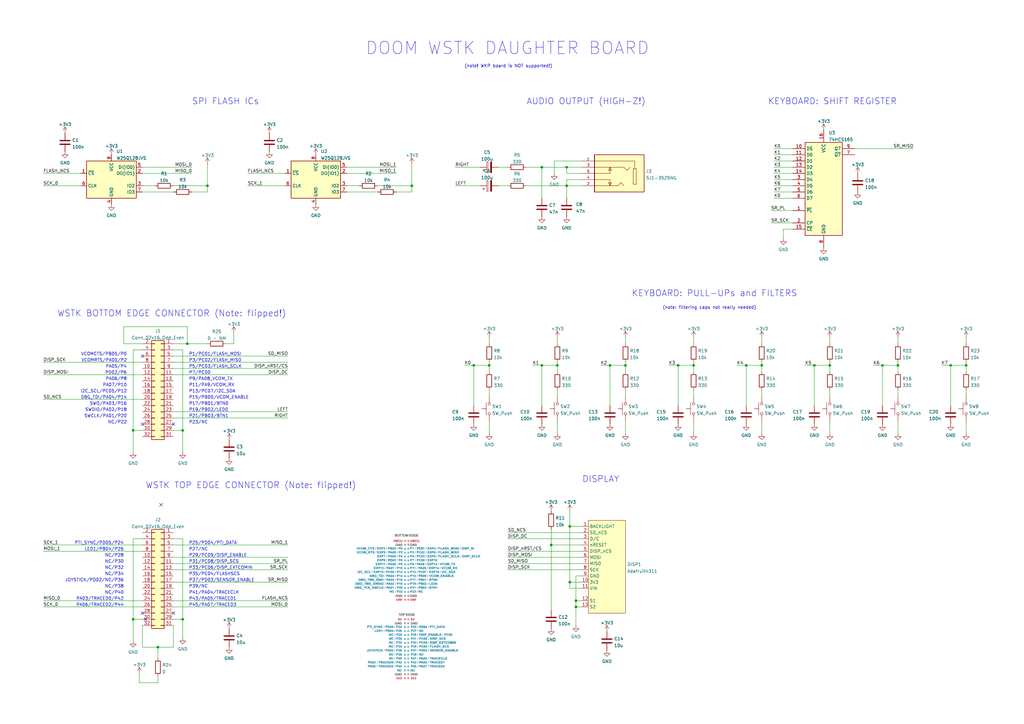
<source format=kicad_sch>
(kicad_sch (version 20230121) (generator eeschema)
  (paper "A3")
  (title_block (title "Doom WSTK Daughtercard") (company "Nicola Wrachien") (comment 1 "Note! Compatible only with BRD4001, not with BRD4002"))
  (lib_symbols
    (symbol "74xx:74HC165"
      (property "Reference" "U" (at -7.62 19.05 0))
      (property "Value" "74HC165" (at -7.62 -21.59 0))
      (symbol "74HC165_1_0"
        (pin input line (at -12.7 -10.16 0) (length 5.08) (name "~{PL}") (number "1"))
        (pin input line (at -12.7 15.24 0) (length 5.08) (name "DS") (number "10"))
        (pin input line (at -12.7 12.7 0) (length 5.08) (name "D0") (number "11"))
        (pin input line (at -12.7 10.16 0) (length 5.08) (name "D1") (number "12"))
        (pin input line (at -12.7 7.62 0) (length 5.08) (name "D2") (number "13"))
        (pin input line (at -12.7 5.08 0) (length 5.08) (name "D3") (number "14"))
        (pin input line (at -12.7 -17.78 0) (length 5.08) (name "~{CE}") (number "15"))
        (pin power_in line (at 0 22.86 270) (length 5.08) (name "VCC") (number "16"))
        (pin input line (at -12.7 -15.24 0) (length 5.08) (name "CP") (number "2"))
        (pin input line (at -12.7 2.54 0) (length 5.08) (name "D4") (number "3"))
        (pin input line (at -12.7 0 0) (length 5.08) (name "D5") (number "4"))
        (pin input line (at -12.7 -2.54 0) (length 5.08) (name "D6") (number "5"))
        (pin input line (at -12.7 -5.08 0) (length 5.08) (name "D7") (number "6"))
        (pin output line (at 12.7 12.7 180) (length 5.08) (name "~{Q7}") (number "7"))
        (pin power_in line (at 0 -25.4 90) (length 5.08) (name "GND") (number "8"))
        (pin output line (at 12.7 15.24 180) (length 5.08) (name "Q7") (number "9"))
      )
    )
    (symbol "Connector_Generic:Conn_02x16_Odd_Even" (pin_names (offset 1.016) hide)
      (property "Reference" "J" (at 1.27 20.32 0))
      (property "Value" "Conn_02x16_Odd_Even" (at 1.27 -22.86 0))
      (symbol "Conn_02x16_Odd_Even_1_1"
        (pin passive line (at -5.08 17.78 0) (length 3.81) (name "Pin_1") (number "1"))
        (pin passive line (at 7.62 7.62 180) (length 3.81) (name "Pin_10") (number "10"))
        (pin passive line (at -5.08 5.08 0) (length 3.81) (name "Pin_11") (number "11"))
        (pin passive line (at 7.62 5.08 180) (length 3.81) (name "Pin_12") (number "12"))
        (pin passive line (at -5.08 2.54 0) (length 3.81) (name "Pin_13") (number "13"))
        (pin passive line (at 7.62 2.54 180) (length 3.81) (name "Pin_14") (number "14"))
        (pin passive line (at -5.08 0 0) (length 3.81) (name "Pin_15") (number "15"))
        (pin passive line (at 7.62 0 180) (length 3.81) (name "Pin_16") (number "16"))
        (pin passive line (at -5.08 -2.54 0) (length 3.81) (name "Pin_17") (number "17"))
        (pin passive line (at 7.62 -2.54 180) (length 3.81) (name "Pin_18") (number "18"))
        (pin passive line (at -5.08 -5.08 0) (length 3.81) (name "Pin_19") (number "19"))
        (pin passive line (at 7.62 17.78 180) (length 3.81) (name "Pin_2") (number "2"))
        (pin passive line (at 7.62 -5.08 180) (length 3.81) (name "Pin_20") (number "20"))
        (pin passive line (at -5.08 -7.62 0) (length 3.81) (name "Pin_21") (number "21"))
        (pin passive line (at 7.62 -7.62 180) (length 3.81) (name "Pin_22") (number "22"))
        (pin passive line (at -5.08 -10.16 0) (length 3.81) (name "Pin_23") (number "23"))
        (pin passive line (at 7.62 -10.16 180) (length 3.81) (name "Pin_24") (number "24"))
        (pin passive line (at -5.08 -12.7 0) (length 3.81) (name "Pin_25") (number "25"))
        (pin passive line (at 7.62 -12.7 180) (length 3.81) (name "Pin_26") (number "26"))
        (pin passive line (at -5.08 -15.24 0) (length 3.81) (name "Pin_27") (number "27"))
        (pin passive line (at 7.62 -15.24 180) (length 3.81) (name "Pin_28") (number "28"))
        (pin passive line (at -5.08 -17.78 0) (length 3.81) (name "Pin_29") (number "29"))
        (pin passive line (at -5.08 15.24 0) (length 3.81) (name "Pin_3") (number "3"))
        (pin passive line (at 7.62 -17.78 180) (length 3.81) (name "Pin_30") (number "30"))
        (pin passive line (at -5.08 -20.32 0) (length 3.81) (name "Pin_31") (number "31"))
        (pin passive line (at 7.62 -20.32 180) (length 3.81) (name "Pin_32") (number "32"))
        (pin passive line (at 7.62 15.24 180) (length 3.81) (name "Pin_4") (number "4"))
        (pin passive line (at -5.08 12.7 0) (length 3.81) (name "Pin_5") (number "5"))
        (pin passive line (at 7.62 12.7 180) (length 3.81) (name "Pin_6") (number "6"))
        (pin passive line (at -5.08 10.16 0) (length 3.81) (name "Pin_7") (number "7"))
        (pin passive line (at 7.62 10.16 180) (length 3.81) (name "Pin_8") (number "8"))
        (pin passive line (at -5.08 7.62 0) (length 3.81) (name "Pin_9") (number "9"))
      )
    )
    (symbol "Device:C" (pin_numbers hide) (pin_names (offset 0.254))
      (property "Reference" "C" (at 0.635 2.54 0))
      (property "Value" "C" (at 0.635 -2.54 0))
      (symbol "C_1_1"
        (pin passive line (at 0 3.81 270) (length 2.794) (name "~") (number "1"))
        (pin passive line (at 0 -3.81 90) (length 2.794) (name "~") (number "2"))
      )
    )
    (symbol "Device:C_Polarized" (pin_numbers hide) (pin_names (offset 0.254))
      (property "Reference" "C" (at 0.635 2.54 0))
      (property "Value" "C_Polarized" (at 0.635 -2.54 0))
      (symbol "C_Polarized_1_1"
        (pin passive line (at 0 3.81 270) (length 2.794) (name "~") (number "1"))
        (pin passive line (at 0 -3.81 90) (length 2.794) (name "~") (number "2"))
      )
    )
    (symbol "Device:R" (pin_numbers hide) (pin_names (offset 0))
      (property "Reference" "R" (at 2.032 0 90))
      (property "Value" "R" (at 0 0 90))
      (symbol "R_1_1"
        (pin passive line (at 0 3.81 270) (length 1.27) (name "~") (number "1"))
        (pin passive line (at 0 -3.81 90) (length 1.27) (name "~") (number "2"))
      )
    )
    (symbol "DoomWSTK:Adafruit4311"
      (property "Reference" "D" (at 0 5.08 0))
      (property "Value" "Adafruit4311" (at 0 7.62 0))
      (symbol "Adafruit4311_1_1"
        (pin input line (at 0 0 0) (length 2.54) (name "BACKLIGHT") (number "1"))
        (pin input line (at 0 -22.86 0) (length 2.54) (name "3V3") (number "10"))
        (pin input line (at 0 -25.4 0) (length 2.54) (name "VIN") (number "11"))
        (pin passive line (at 0 -30.48 0) (length 2.54) (name "S1") (number "12"))
        (pin passive line (at 0 -33.02 0) (length 2.54) (name "S2") (number "13"))
        (pin input line (at 0 -2.54 0) (length 2.54) (name "SD_nCS") (number "2"))
        (pin input line (at 0 -5.08 0) (length 2.54) (name "D/C") (number "3"))
        (pin input line (at 0 -7.62 0) (length 2.54) (name "nRESET") (number "4"))
        (pin input line (at 0 -10.16 0) (length 2.54) (name "DISP_nCS") (number "5"))
        (pin input line (at 0 -12.7 0) (length 2.54) (name "MOSI") (number "6"))
        (pin tri_state line (at 0 -15.24 0) (length 2.54) (name "MISO") (number "7"))
        (pin input line (at 0 -17.78 0) (length 2.54) (name "SCK") (number "8"))
        (pin input line (at 0 -20.32 0) (length 2.54) (name "GND") (number "9"))
      )
    )
    (symbol "Memory_Flash:W25Q128JVS"
      (property "Reference" "U" (at -8.89 8.89 0))
      (property "Value" "W25Q128JVS" (at 7.62 8.89 0))
      (symbol "W25Q128JVS_1_1"
        (pin input line (at -12.7 2.54 0) (length 2.54) (name "~{CS}") (number "1"))
        (pin bidirectional line (at 12.7 2.54 180) (length 2.54) (name "DO(IO1)") (number "2"))
        (pin bidirectional line (at 12.7 -2.54 180) (length 2.54) (name "IO2") (number "3"))
        (pin power_in line (at 0 -10.16 90) (length 2.54) (name "GND") (number "4"))
        (pin bidirectional line (at 12.7 5.08 180) (length 2.54) (name "DI(IO0)") (number "5"))
        (pin input line (at -12.7 -2.54 0) (length 2.54) (name "CLK") (number "6"))
        (pin bidirectional line (at 12.7 -5.08 180) (length 2.54) (name "IO3") (number "7"))
        (pin power_in line (at 0 10.16 270) (length 2.54) (name "VCC") (number "8"))
      )
    )
    (symbol "SJ1-3525NG:SJ1-3525NG" (pin_names (offset 1.016) hide)
      (property "Reference" "J" (at -10.1854 10.1854 0))
      (property "Value" "SJ1-3525NG" (at -10.16 -12.7254 0))
      (symbol "SJ1-3525NG_0_0"
        (pin passive line (at 15.24 5.08 180) (length 5.08) (name "~") (number "1"))
        (pin passive line (at 15.24 -5.08 180) (length 5.08) (name "~") (number "2"))
        (pin passive line (at 15.24 2.54 180) (length 5.08) (name "~") (number "3"))
        (pin passive line (at 15.24 -2.54 180) (length 5.08) (name "~") (number "4"))
        (pin passive line (at 15.24 0 180) (length 5.08) (name "~") (number "5"))
      )
    )
    (symbol "Switch:SW_Push" (pin_numbers hide) (pin_names (offset 1.016) hide)
      (property "Reference" "SW" (at 1.27 2.54 0))
      (property "Value" "SW_Push" (at 0 -1.524 0))
      (symbol "SW_Push_0_1"
        (pin passive line (at -5.08 0 0) (length 2.54) (name "1") (number "1"))
        (pin passive line (at 5.08 0 180) (length 2.54) (name "2") (number "2"))
      )
    )
    (symbol "power:+3V3" (power) (pin_names (offset 0))
      (property "Value" "+3V3" (at 0 3.556 0))
      (symbol "+3V3_1_1"
        (pin power_in line (at 0 0 90) (length 0) hide (name "+3V3") (number "1"))
      )
    )
    (symbol "power:GND" (power) (pin_names (offset 0))
      (property "Value" "GND" (at 0 -3.81 0))
      (symbol "GND_1_1"
        (pin power_in line (at 0 0 270) (length 0) hide (name "GND") (number "1"))
      )
    )
  )
  (junction (at 361.95 149.86))
  (junction (at 194.31 149.86))
  (junction (at 222.25 149.86))
  (junction (at 389.89 149.86))
  (junction (at 256.54 149.86))
  (junction (at 200.66 149.86))
  (junction (at 284.48 149.86))
  (junction (at 278.13 149.86))
  (junction (at 54.61 176.53))
  (junction (at 250.19 149.86))
  (junction (at 236.22 248.92))
  (junction (at 85.09 76.2))
  (junction (at 306.07 149.86))
  (junction (at 222.25 68.58))
  (junction (at 76.835 140.97))
  (junction (at 233.68 238.76))
  (junction (at 233.68 215.9))
  (junction (at 64.77 265.43))
  (junction (at 396.24 149.86))
  (junction (at 74.93 176.53))
  (junction (at 74.93 254))
  (junction (at 368.3 149.86))
  (junction (at 334.01 149.86))
  (junction (at 232.41 68.58))
  (junction (at 232.41 76.2))
  (junction (at 226.06 223.52))
  (junction (at 54.61 254))
  (junction (at 168.91 76.2))
  (junction (at 340.36 149.86))
  (junction (at 312.42 149.86))
  (junction (at 228.6 149.86))
  (junction (at 236.22 246.38))
  (no_connect (at 58.42 146.05))
  (no_connect (at 71.12 251.46))
  (no_connect (at 59.69 254))
  (no_connect (at 58.42 251.46))
  (no_connect (at 66.04 207.01))
  (no_connect (at 58.42 173.99))
  (no_connect (at 71.12 173.99))
  (wire (pts (xy 340.36 138.43) (xy 340.36 140.97)))
  (wire (pts (xy 227.33 66.04) (xy 238.76 66.04)))
  (wire (pts (xy 358.14 149.86) (xy 361.95 149.86)))
  (wire (pts (xy 334.01 149.86) (xy 334.01 166.37)))
  (wire (pts (xy 54.61 254) (xy 58.42 254)))
  (wire (pts (xy 361.95 149.86) (xy 368.3 149.86)))
  (wire (pts (xy 58.42 68.58) (xy 78.74 68.58)))
  (wire (pts (xy 54.61 143.51) (xy 54.61 176.53)))
  (wire (pts (xy 256.54 148.59) (xy 256.54 149.86)))
  (wire (pts (xy 284.48 138.43) (xy 284.48 140.97)))
  (wire (pts (xy 368.3 148.59) (xy 368.3 149.86)))
  (wire (pts (xy 312.42 138.43) (xy 312.42 140.97)))
  (wire (pts (xy 278.13 149.86) (xy 284.48 149.86)))
  (wire (pts (xy 325.12 93.98) (xy 321.31 93.98)))
  (wire (pts (xy 278.13 149.86) (xy 278.13 166.37)))
  (wire (pts (xy 57.15 276.225) (xy 57.15 280.035)))
  (wire (pts (xy 361.95 149.86) (xy 361.95 166.37)))
  (wire (pts (xy 92.71 140.97) (xy 95.885 140.97)))
  (wire (pts (xy 389.89 149.86) (xy 396.24 149.86)))
  (wire (pts (xy 368.3 138.43) (xy 368.3 140.97)))
  (wire (pts (xy 168.91 78.74) (xy 168.91 76.2)))
  (wire (pts (xy 204.47 76.2) (xy 208.28 76.2)))
  (wire (pts (xy 246.38 149.86) (xy 250.19 149.86)))
  (wire (pts (xy 227.33 71.12) (xy 227.33 66.04)))
  (wire (pts (xy 76.835 140.97) (xy 85.09 140.97)))
  (wire (pts (xy 334.01 149.86) (xy 340.36 149.86)))
  (wire (pts (xy 228.6 160.02) (xy 228.6 162.56)))
  (wire (pts (xy 71.12 231.14) (xy 118.11 231.14)))
  (wire (pts (xy 232.41 76.2) (xy 232.41 81.28)))
  (wire (pts (xy 238.76 241.3) (xy 233.68 241.3)))
  (wire (pts (xy 284.48 172.72) (xy 284.48 177.8)))
  (wire (pts (xy 71.12 233.68) (xy 118.11 233.68)))
  (wire (pts (xy 340.36 148.59) (xy 340.36 149.86)))
  (wire (pts (xy 58.42 265.43) (xy 64.77 265.43)))
  (wire (pts (xy 17.78 226.06) (xy 58.42 226.06)))
  (wire (pts (xy 71.12 171.45) (xy 118.11 171.45)))
  (wire (pts (xy 325.12 71.12) (xy 317.5 71.12)))
  (wire (pts (xy 71.12 140.97) (xy 76.835 140.97)))
  (wire (pts (xy 58.42 140.97) (xy 50.8 140.97)))
  (wire (pts (xy 226.06 217.17) (xy 226.06 223.52)))
  (wire (pts (xy 64.77 265.43) (xy 71.12 265.43)))
  (wire (pts (xy 325.12 78.74) (xy 317.5 78.74)))
  (wire (pts (xy 232.41 71.12) (xy 232.41 68.58)))
  (wire (pts (xy 232.41 73.66) (xy 232.41 76.2)))
  (wire (pts (xy 71.12 153.67) (xy 118.11 153.67)))
  (wire (pts (xy 17.78 148.59) (xy 58.42 148.59)))
  (wire (pts (xy 228.6 152.4) (xy 228.6 149.86)))
  (wire (pts (xy 17.78 163.83) (xy 58.42 163.83)))
  (wire (pts (xy 142.24 71.12) (xy 162.56 71.12)))
  (wire (pts (xy 256.54 172.72) (xy 256.54 177.8)))
  (wire (pts (xy 284.48 148.59) (xy 284.48 149.86)))
  (wire (pts (xy 85.09 78.74) (xy 85.09 76.2)))
  (wire (pts (xy 226.06 223.52) (xy 238.76 223.52)))
  (wire (pts (xy 306.07 149.86) (xy 306.07 166.37)))
  (wire (pts (xy 208.28 231.14) (xy 238.76 231.14)))
  (wire (pts (xy 368.3 152.4) (xy 368.3 149.86)))
  (wire (pts (xy 74.93 220.98) (xy 74.93 254)))
  (wire (pts (xy 71.12 143.51) (xy 74.93 143.51)))
  (wire (pts (xy 71.12 246.38) (xy 118.11 246.38)))
  (wire (pts (xy 256.54 152.4) (xy 256.54 149.86)))
  (wire (pts (xy 215.9 68.58) (xy 222.25 68.58)))
  (wire (pts (xy 58.42 153.67) (xy 17.78 153.67)))
  (wire (pts (xy 200.66 138.43) (xy 200.66 140.97)))
  (wire (pts (xy 396.24 148.59) (xy 396.24 149.86)))
  (wire (pts (xy 190.5 149.86) (xy 194.31 149.86)))
  (wire (pts (xy 162.56 78.74) (xy 168.91 78.74)))
  (wire (pts (xy 325.12 76.2) (xy 317.5 76.2)))
  (wire (pts (xy 54.61 262.89) (xy 54.61 254)))
  (wire (pts (xy 74.93 254) (xy 71.12 254)))
  (wire (pts (xy 142.24 68.58) (xy 162.56 68.58)))
  (wire (pts (xy 58.42 76.2) (xy 63.5 76.2)))
  (wire (pts (xy 71.12 76.2) (xy 85.09 76.2)))
  (wire (pts (xy 208.28 218.44) (xy 238.76 218.44)))
  (wire (pts (xy 194.31 149.86) (xy 194.31 166.37)))
  (wire (pts (xy 186.69 68.58) (xy 196.85 68.58)))
  (wire (pts (xy 186.69 76.2) (xy 196.85 76.2)))
  (wire (pts (xy 232.41 68.58) (xy 238.76 68.58)))
  (wire (pts (xy 316.23 91.44) (xy 325.12 91.44)))
  (wire (pts (xy 208.28 220.98) (xy 238.76 220.98)))
  (wire (pts (xy 194.31 149.86) (xy 200.66 149.86)))
  (wire (pts (xy 340.36 172.72) (xy 340.36 177.8)))
  (wire (pts (xy 312.42 172.72) (xy 312.42 177.8)))
  (wire (pts (xy 250.19 149.86) (xy 256.54 149.86)))
  (wire (pts (xy 222.25 149.86) (xy 222.25 166.37)))
  (wire (pts (xy 71.12 238.76) (xy 118.11 238.76)))
  (wire (pts (xy 200.66 160.02) (xy 200.66 162.56)))
  (wire (pts (xy 312.42 148.59) (xy 312.42 149.86)))
  (wire (pts (xy 215.9 76.2) (xy 232.41 76.2)))
  (wire (pts (xy 208.28 228.6) (xy 238.76 228.6)))
  (wire (pts (xy 321.31 93.98) (xy 321.31 97.79)))
  (wire (pts (xy 330.2 149.86) (xy 334.01 149.86)))
  (wire (pts (xy 317.5 60.96) (xy 325.12 60.96)))
  (wire (pts (xy 208.28 226.06) (xy 238.76 226.06)))
  (wire (pts (xy 325.12 66.04) (xy 317.5 66.04)))
  (wire (pts (xy 142.24 76.2) (xy 147.32 76.2)))
  (wire (pts (xy 71.12 228.6) (xy 118.11 228.6)))
  (wire (pts (xy 317.5 81.28) (xy 325.12 81.28)))
  (wire (pts (xy 54.61 220.98) (xy 58.42 220.98)))
  (wire (pts (xy 396.24 152.4) (xy 396.24 149.86)))
  (wire (pts (xy 76.835 133.985) (xy 76.835 140.97)))
  (wire (pts (xy 233.68 238.76) (xy 233.68 215.9)))
  (wire (pts (xy 284.48 160.02) (xy 284.48 162.56)))
  (wire (pts (xy 71.12 248.92) (xy 118.11 248.92)))
  (wire (pts (xy 142.24 78.74) (xy 154.94 78.74)))
  (wire (pts (xy 17.78 248.92) (xy 58.42 248.92)))
  (wire (pts (xy 325.12 63.5) (xy 317.5 63.5)))
  (wire (pts (xy 236.22 248.92) (xy 238.76 248.92)))
  (wire (pts (xy 58.42 256.54) (xy 58.42 265.43)))
  (wire (pts (xy 222.25 68.58) (xy 232.41 68.58)))
  (wire (pts (xy 368.3 172.72) (xy 368.3 177.8)))
  (wire (pts (xy 238.76 236.22) (xy 236.22 236.22)))
  (wire (pts (xy 232.41 76.2) (xy 238.76 76.2)))
  (wire (pts (xy 274.32 149.86) (xy 278.13 149.86)))
  (wire (pts (xy 222.25 68.58) (xy 222.25 81.28)))
  (wire (pts (xy 233.68 238.76) (xy 238.76 238.76)))
  (wire (pts (xy 54.61 176.53) (xy 58.42 176.53)))
  (wire (pts (xy 389.89 149.86) (xy 389.89 166.37)))
  (wire (pts (xy 312.42 160.02) (xy 312.42 162.56)))
  (wire (pts (xy 200.66 148.59) (xy 200.66 149.86)))
  (wire (pts (xy 368.3 160.02) (xy 368.3 162.56)))
  (wire (pts (xy 74.93 176.53) (xy 74.93 185.42)))
  (wire (pts (xy 168.91 67.31) (xy 168.91 76.2)))
  (wire (pts (xy 238.76 73.66) (xy 232.41 73.66)))
  (wire (pts (xy 58.42 143.51) (xy 54.61 143.51)))
  (wire (pts (xy 325.12 73.66) (xy 317.5 73.66)))
  (wire (pts (xy 71.12 146.05) (xy 118.11 146.05)))
  (wire (pts (xy 340.36 152.4) (xy 340.36 149.86)))
  (wire (pts (xy 396.24 172.72) (xy 396.24 177.8)))
  (wire (pts (xy 238.76 71.12) (xy 232.41 71.12)))
  (wire (pts (xy 50.8 133.985) (xy 76.835 133.985)))
  (wire (pts (xy 386.08 149.86) (xy 389.89 149.86)))
  (wire (pts (xy 154.94 76.2) (xy 168.91 76.2)))
  (wire (pts (xy 71.12 176.53) (xy 74.93 176.53)))
  (wire (pts (xy 17.78 223.52) (xy 58.42 223.52)))
  (wire (pts (xy 71.12 265.43) (xy 71.12 256.54)))
  (wire (pts (xy 316.23 86.36) (xy 325.12 86.36)))
  (wire (pts (xy 71.12 220.98) (xy 74.93 220.98)))
  (wire (pts (xy 396.24 138.43) (xy 396.24 140.97)))
  (wire (pts (xy 284.48 152.4) (xy 284.48 149.86)))
  (wire (pts (xy 204.47 68.58) (xy 208.28 68.58)))
  (wire (pts (xy 71.12 223.52) (xy 118.11 223.52)))
  (wire (pts (xy 340.36 160.02) (xy 340.36 162.56)))
  (wire (pts (xy 256.54 138.43) (xy 256.54 140.97)))
  (wire (pts (xy 228.6 172.72) (xy 228.6 177.8)))
  (wire (pts (xy 226.06 250.19) (xy 226.06 223.52)))
  (wire (pts (xy 325.12 68.58) (xy 317.5 68.58)))
  (wire (pts (xy 58.42 78.74) (xy 71.12 78.74)))
  (wire (pts (xy 54.61 176.53) (xy 54.61 185.42)))
  (wire (pts (xy 54.61 254) (xy 54.61 220.98)))
  (wire (pts (xy 236.22 236.22) (xy 236.22 246.38)))
  (wire (pts (xy 250.19 149.86) (xy 250.19 166.37)))
  (wire (pts (xy 17.78 71.12) (xy 33.02 71.12)))
  (wire (pts (xy 58.42 71.12) (xy 78.74 71.12)))
  (wire (pts (xy 218.44 149.86) (xy 222.25 149.86)))
  (wire (pts (xy 312.42 152.4) (xy 312.42 149.86)))
  (wire (pts (xy 50.8 133.985) (xy 50.8 140.97)))
  (wire (pts (xy 64.77 265.43) (xy 64.77 269.875)))
  (wire (pts (xy 350.52 60.96) (xy 374.65 60.96)))
  (wire (pts (xy 57.15 280.035) (xy 64.77 280.035)))
  (wire (pts (xy 233.68 209.55) (xy 233.68 215.9)))
  (wire (pts (xy 71.12 168.91) (xy 118.11 168.91)))
  (wire (pts (xy 306.07 149.86) (xy 312.42 149.86)))
  (wire (pts (xy 208.28 233.68) (xy 238.76 233.68)))
  (wire (pts (xy 95.885 140.97) (xy 95.885 136.525)))
  (wire (pts (xy 236.22 246.38) (xy 238.76 246.38)))
  (wire (pts (xy 71.12 151.13) (xy 118.11 151.13)))
  (wire (pts (xy 236.22 248.92) (xy 236.22 256.54)))
  (wire (pts (xy 74.93 261.62) (xy 74.93 254)))
  (wire (pts (xy 64.77 280.035) (xy 64.77 277.495)))
  (wire (pts (xy 200.66 152.4) (xy 200.66 149.86)))
  (wire (pts (xy 17.78 246.38) (xy 58.42 246.38)))
  (wire (pts (xy 71.12 148.59) (xy 118.11 148.59)))
  (wire (pts (xy 101.6 71.12) (xy 116.84 71.12)))
  (wire (pts (xy 200.66 172.72) (xy 200.66 177.8)))
  (wire (pts (xy 101.6 76.2) (xy 116.84 76.2)))
  (wire (pts (xy 228.6 138.43) (xy 228.6 140.97)))
  (wire (pts (xy 78.74 78.74) (xy 85.09 78.74)))
  (wire (pts (xy 74.93 143.51) (xy 74.93 176.53)))
  (wire (pts (xy 256.54 160.02) (xy 256.54 162.56)))
  (wire (pts (xy 238.76 215.9) (xy 233.68 215.9)))
  (wire (pts (xy 233.68 241.3) (xy 233.68 238.76)))
  (wire (pts (xy 236.22 246.38) (xy 236.22 248.92)))
  (wire (pts (xy 222.25 149.86) (xy 228.6 149.86)))
  (wire (pts (xy 85.09 67.31) (xy 85.09 76.2)))
  (wire (pts (xy 302.26 149.86) (xy 306.07 149.86)))
  (wire (pts (xy 228.6 148.59) (xy 228.6 149.86)))
  (wire (pts (xy 17.78 76.2) (xy 33.02 76.2)))
  (wire (pts (xy 396.24 160.02) (xy 396.24 162.56)))
  (image (at 170.815 249.555))
  (text "PA06/TRACED2/P44" (at 50.8 248.92 0) (effects (font (size 1.27 1.27)) (justify right bottom)))
  (text "KEYBOARD: SHIFT REGISTER" (at 314.96 43.18 0) (effects (font (size 2.54 2.54)) (justify left bottom)))
  (text "LED1/PB04/P26" (at 50.8 226.06 0) (effects (font (size 1.27 1.27)) (justify right bottom)))
  (text "P21/PB03/BTN1" (at 77.47 171.45 0) (effects (font (size 1.27 1.27)) (justify left bottom)))
  (text "P3/PC02/FLASH_MISO" (at 77.47 148.59 0) (effects (font (size 1.27 1.27)) (justify left bottom)))
  (text "JOYSTICK/PD02/NC/P36" (at 50.8 238.76 0) (effects (font (size 1.27 1.27)) (justify right bottom)))
  (text "SWDIO/PA02/P18" (at 52.07 168.91 0) (effects (font (size 1.27 1.27)) (justify right bottom)))
  (text "DBG_TDI/PA04/P14" (at 52.07 163.83 0) (effects (font (size 1.27 1.27)) (justify right bottom)))
  (text "PA06/P8" (at 52.07 156.21 0) (effects (font (size 1.27 1.27)) (justify right bottom)))
  (text "P31/PC08/DISP_SCS" (at 77.47 231.14 0) (effects (font (size 1.27 1.27)) (justify left bottom)))
  (text "WSTK BOTTOM EDGE CONNECTOR (Note: flipped!)" (at 23.495 130.175 0) (effects (font (size 2.54 2.54)) (justify left bottom)))
  (text "(note: filtering caps not really needed)" (at 271.78 127 0) (effects (font (size 1.27 1.27)) (justify left bottom)))
  (text "NC/P40" (at 50.8 243.84 0) (effects (font (size 1.27 1.27)) (justify right bottom)))
  (text "P41/PA04/TRACECLK" (at 77.47 243.84 0) (effects (font (size 1.27 1.27)) (justify left bottom)))
  (text "P7/PC00" (at 77.47 153.67 0) (effects (font (size 1.27 1.27)) (justify left bottom)))
  (text "NC/P28" (at 50.8 228.6 0) (effects (font (size 1.27 1.27)) (justify right bottom)))
  (text "P11/PA9/VCOM_RX" (at 77.47 158.75 0) (effects (font (size 1.27 1.27)) (justify left bottom)))
  (text "(note! WKP board is NOT supported!)" (at 190.5 27.94 0) (effects (font (size 1.27 1.27)) (justify left bottom)))
  (text "KEYBOARD: PULL-UPs and FILTERS" (at 259.08 121.92 0) (effects (font (size 2.54 2.54)) (justify left bottom)))
  (text "P13/PC07/I2C_SDA" (at 77.47 161.29 0) (effects (font (size 1.27 1.27)) (justify left bottom)))
  (text "NC/P22" (at 52.07 173.99 0) (effects (font (size 1.27 1.27)) (justify right bottom)))
  (text "P17/PB01/BTN0" (at 77.47 166.37 0) (effects (font (size 1.27 1.27)) (justify left bottom)))
  (text "P1/PC01/FLASH_MOSI" (at 77.47 146.05 0) (effects (font (size 1.27 1.27)) (justify left bottom)))
  (text "SWO/PA03/P16" (at 52.07 166.37 0) (effects (font (size 1.27 1.27)) (justify right bottom)))
  (text "P25/PD04/PTI_DATA" (at 77.47 223.52 0) (effects (font (size 1.27 1.27)) (justify left bottom)))
  (text "P33/PC06/DISP_EXTCOMIN" (at 77.47 233.68 0) (effects (font (size 1.27 1.27)) (justify left bottom)))
  (text "NC/P32" (at 50.8 233.68 0) (effects (font (size 1.27 1.27)) (justify right bottom)))
  (text "P27/NC" (at 77.47 226.06 0) (effects (font (size 1.27 1.27)) (justify left bottom)))
  (text "P23/NC" (at 77.47 173.99 0) (effects (font (size 1.27 1.27)) (justify left bottom)))
  (text "DOOM WSTK DAUGHTER BOARD" (at 149.86 22.86 0) (effects (font (size 5.08 5.08)) (justify left bottom)))
  (text "PTI_SYNC/PD05/P24" (at 50.8 223.52 0) (effects (font (size 1.27 1.27)) (justify right bottom)))
  (text "WSTK TOP EDGE CONNECTOR (Note: flipped!)" (at 59.69 200.66 0) (effects (font (size 2.54 2.54)) (justify left bottom)))
  (text "P45/PA07/TRACED3" (at 77.47 248.92 0) (effects (font (size 1.27 1.27)) (justify left bottom)))
  (text "PD02/P6" (at 52.07 153.67 0) (effects (font (size 1.27 1.27)) (justify right bottom)))
  (text "P29/PC09/DISP_ENABLE" (at 77.47 228.6 0) (effects (font (size 1.27 1.27)) (justify left bottom)))
  (text "P35/PC04/FLASHSCS" (at 77.47 236.22 0) (effects (font (size 1.27 1.27)) (justify left bottom)))
  (text "PA07/P10" (at 52.07 158.75 0) (effects (font (size 1.27 1.27)) (justify right bottom)))
  (text "P39/NC" (at 77.47 241.3 0) (effects (font (size 1.27 1.27)) (justify left bottom)))
  (text "SPI FLASH ICs" (at 78.74 43.18 0) (effects (font (size 2.54 2.54)) (justify left bottom)))
  (text "P19/PB02/LED0" (at 77.47 168.91 0) (effects (font (size 1.27 1.27)) (justify left bottom)))
  (text "P37/PD03/SENSOR_ENABLE" (at 77.47 238.76 0) (effects (font (size 1.27 1.27)) (justify left bottom)))
  (text "NC/P30" (at 50.8 231.14 0) (effects (font (size 1.27 1.27)) (justify right bottom)))
  (text "VCOMRTS/PA00/P2" (at 52.07 148.59 0) (effects (font (size 1.27 1.27)) (justify right bottom)))
  (text "DISPLAY" (at 238.76 198.12 0) (effects (font (size 2.54 2.54)) (justify left bottom)))
  (text "NC/P34" (at 50.8 236.22 0) (effects (font (size 1.27 1.27)) (justify right bottom)))
  (text "NC/P38" (at 50.8 241.3 0) (effects (font (size 1.27 1.27)) (justify right bottom)))
  (text "I2C_SCL/PC05/P12" (at 52.07 161.29 0) (effects (font (size 1.27 1.27)) (justify right bottom)))
  (text "SWCLK/PA01/P20" (at 52.07 171.45 0) (effects (font (size 1.27 1.27)) (justify right bottom)))
  (text "P5/PC03/FLASH_SCLK" (at 77.47 151.13 0) (effects (font (size 1.27 1.27)) (justify left bottom)))
  (text "P15/PB00/VCOM_ENABLE" (at 77.47 163.83 0) (effects (font (size 1.27 1.27)) (justify left bottom)))
  (text "PA05/P4" (at 52.07 151.13 0) (effects (font (size 1.27 1.27)) (justify right bottom)))
  (text "AUDIO OUTPUT (HIGH-Z!)" (at 215.9 43.18 0) (effects (font (size 2.54 2.54)) (justify left bottom)))
  (text "P43/PA05/TRACED1" (at 77.47 246.38 0) (effects (font (size 1.27 1.27)) (justify left bottom)))
  (text "P9/PA08_VCOM_TX" (at 77.47 156.21 0) (effects (font (size 1.27 1.27)) (justify left bottom)))
  (text "PA03/TRACED0/P42" (at 50.8 246.38 0) (effects (font (size 1.27 1.27)) (justify right bottom)))
  (text "VCOMCTS/PB05/P0" (at 52.07 146.05 0) (effects (font (size 1.27 1.27)) (justify right bottom)))
  (label "DISP_SCK" (at 17.78 148.59 0))
  (label "DISP_DC" (at 118.11 153.67 180))
  (label "SCK_1" (at 101.6 76.2 0))
  (label "RIGHT" (at 186.69 68.58 0))
  (label "FLASH_NCS" (at 17.78 71.12 0))
  (label "SD_MISO" (at 118.11 146.05 180))
  (label "K0" (at 190.5 149.86 0))
  (label "SR_MISO" (at 118.11 238.76 180))
  (label "MOSI_1" (at 17.78 226.06 0))
  (label "K1" (at 317.5 63.5 0))
  (label "K5" (at 317.5 73.66 0))
  (label "K4" (at 302.26 149.86 0))
  (label "K6" (at 358.14 149.86 0))
  (label "K3" (at 274.32 149.86 0))
  (label "MOSI_1" (at 162.56 68.58 180))
  (label "DISP_DC" (at 208.28 220.98 0))
  (label "MISO_0" (at 78.74 71.12 180))
  (label "RIGHT" (at 118.11 171.45 180))
  (label "MISO_1" (at 162.56 71.12 180))
  (label "DISP_nRST{slash}CS" (at 118.11 151.13 180))
  (label "SD_NCS" (at 208.28 218.44 0))
  (label "K1" (at 218.44 149.86 0))
  (label "K6" (at 317.5 76.2 0))
  (label "FLASH_NCS" (at 118.11 246.38 180))
  (label "K5" (at 330.2 149.86 0))
  (label "K2" (at 246.38 149.86 0))
  (label "LEFT" (at 186.69 76.2 0))
  (label "SR_PL" (at 118.11 231.14 180))
  (label "SR_MISO" (at 374.65 60.96 180))
  (label "K0" (at 317.5 60.96 0))
  (label "DISP_nRST{slash}CS" (at 208.28 226.06 0))
  (label "K0" (at 317.5 81.28 0))
  (label "MISO_1" (at 118.11 223.52 180))
  (label "SR_SCK" (at 118.11 233.68 180))
  (label "LEFT" (at 118.11 168.91 180))
  (label "DISP_MOSI" (at 17.78 153.67 0))
  (label "SD_NCS" (at 17.78 163.83 0))
  (label "MOSI_0" (at 78.74 68.58 180))
  (label "K4" (at 317.5 71.12 0))
  (label "SD_MISO" (at 208.28 231.14 0))
  (label "SCK_1" (at 17.78 223.52 0))
  (label "FLASH_NCS" (at 101.6 71.12 0))
  (label "SCK_0" (at 17.78 248.92 0))
  (label "SR_PL" (at 316.23 86.36 0))
  (label "K3" (at 317.5 68.58 0))
  (label "MISO_0" (at 17.78 246.38 0))
  (label "DISP_MOSI" (at 208.28 228.6 0))
  (label "DISP_SCK" (at 208.28 233.68 0))
  (label "SCK_0" (at 17.78 76.2 0))
  (label "K7" (at 386.08 149.86 0))
  (label "K7" (at 317.5 78.74 0))
  (label "SR_SCK" (at 316.23 91.44 0))
  (label "MOSI_0" (at 118.11 248.92 180))
  (label "K2" (at 317.5 66.04 0))
  (symbol (lib_id "Switch:SW_Push") (at 312.42 167.64 90) (unit 1)
    (property "Reference" "SW5" (at 313.563 166.7315 90) (effects (justify right)))
    (property "Value" "SW_Push" (at 313.563 169.5066 90) (effects (justify right)))
    (property "Footprint" "Button_Switch_THT:SW_PUSH_6mm" (effects hide))
  )
  (symbol (lib_id "power:+3V3") (at 200.66 138.43 0) (unit 1)
    (property "Reference" "#PWR0108" (effects hide))
    (property "Value" "+3V3" (at 200.66 134.8255 0))
  )
  (symbol (lib_id "Device:C") (at 250.19 170.18 0) (unit 1)
    (property "Reference" "C13" (at 241.3 168.91 0) (effects (justify left)))
    (property "Value" "100n" (at 241.3 171.6851 0) (effects (justify left)))
    (property "Footprint" "Capacitor_SMD:C_0603_1608Metric" (effects hide))
  )
  (symbol (lib_id "Device:R") (at 312.42 156.21 180) (unit 1)
    (property "Reference" "R14" (at 314.198 155.3015 0) (effects (justify right)))
    (property "Value" "330" (at 314.198 158.0766 0) (effects (justify right)))
    (property "Footprint" "Resistor_SMD:R_0603_1608Metric" (effects hide))
  )
  (symbol (lib_id "power:+3V3") (at 312.42 138.43 0) (unit 1)
    (property "Reference" "#PWR0104" (effects hide))
    (property "Value" "+3V3" (at 312.42 134.8255 0))
  )
  (symbol (lib_id "Device:R") (at 396.24 156.21 180) (unit 1)
    (property "Reference" "R17" (at 398.018 155.3015 0) (effects (justify right)))
    (property "Value" "330" (at 398.018 158.0766 0) (effects (justify right)))
    (property "Footprint" "Resistor_SMD:R_0603_1608Metric" (effects hide))
  )
  (symbol (lib_id "Switch:SW_Push") (at 200.66 167.64 90) (unit 1)
    (property "Reference" "SW1" (at 201.803 166.7315 90) (effects (justify right)))
    (property "Value" "SW_Push" (at 201.803 169.5066 90) (effects (justify right)))
    (property "Footprint" "Button_Switch_THT:SW_PUSH_6mm" (effects hide))
  )
  (symbol (lib_id "power:GND") (at 312.42 177.8 0) (unit 1)
    (property "Reference" "#PWR047" (effects hide))
    (property "Value" "GND" (at 312.42 182.3625 0))
  )
  (symbol (lib_id "Device:C") (at 222.25 85.09 0) (unit 1)
    (property "Reference" "C7" (at 225.171 84.1815 0) (effects (justify left)))
    (property "Value" "47n" (at 225.171 86.9566 0) (effects (justify left)))
    (property "Footprint" "Capacitor_SMD:C_0603_1608Metric" (effects hide))
  )
  (symbol (lib_id "power:GND") (at 74.93 185.42 0) (unit 1)
    (property "Reference" "#PWR013" (effects hide))
    (property "Value" "GND" (at 74.93 189.9825 0))
  )
  (symbol (lib_id "power:GND") (at 337.82 101.6 0) (unit 1)
    (property "Reference" "#PWR051" (effects hide))
    (property "Value" "GND" (at 337.82 106.1625 0))
  )
  (symbol (lib_id "power:+3V3") (at 45.72 63.5 0) (unit 1)
    (property "Reference" "#PWR05" (effects hide))
    (property "Value" "+3V3" (at 45.72 59.8955 0))
  )
  (symbol (lib_id "Device:R") (at 312.42 144.78 180) (unit 1)
    (property "Reference" "R20" (at 314.198 143.8715 0) (effects (justify right)))
    (property "Value" "10k" (at 314.198 146.6466 0) (effects (justify right)))
    (property "Footprint" "Resistor_SMD:R_0603_1608Metric" (effects hide))
  )
  (symbol (lib_id "Device:R") (at 368.3 144.78 180) (unit 1)
    (property "Reference" "R22" (at 370.078 143.8715 0) (effects (justify right)))
    (property "Value" "10k" (at 370.078 146.6466 0) (effects (justify right)))
    (property "Footprint" "Resistor_SMD:R_0603_1608Metric" (effects hide))
  )
  (symbol (lib_id "power:+3V3") (at 248.92 259.08 0) (unit 1)
    (property "Reference" "#PWR041" (effects hide))
    (property "Value" "+3V3" (at 248.92 255.4755 0))
  )
  (symbol (lib_id "power:GND") (at 334.01 173.99 0) (unit 1)
    (property "Reference" "#PWR052" (effects hide))
    (property "Value" "GND" (at 334.01 178.5525 0))
  )
  (symbol (lib_id "power:GND") (at 93.98 265.43 0) (unit 1)
    (property "Reference" "#PWR021" (effects hide))
    (property "Value" "GND" (at 93.98 269.9925 0))
  )
  (symbol (lib_id "Device:C_Polarized") (at 200.66 68.58 90) (unit 1)
    (property "Reference" "C5" (at 199.771 62.4545 90))
    (property "Value" "100u" (at 199.771 65.2296 90))
    (property "Footprint" "Capacitor_THT:CP_Radial_D6.3mm_P2.50mm" (effects hide))
  )
  (symbol (lib_id "Device:R") (at 200.66 156.21 180) (unit 1)
    (property "Reference" "R7" (at 202.438 155.3015 0) (effects (justify right)))
    (property "Value" "330" (at 202.438 158.0766 0) (effects (justify right)))
    (property "Footprint" "Resistor_SMD:R_0603_1608Metric" (effects hide))
  )
  (symbol (lib_id "Device:R") (at 340.36 144.78 180) (unit 1)
    (property "Reference" "R21" (at 342.138 143.8715 0) (effects (justify right)))
    (property "Value" "10k" (at 342.138 146.6466 0) (effects (justify right)))
    (property "Footprint" "Resistor_SMD:R_0603_1608Metric" (effects hide))
  )
  (symbol (lib_id "Switch:SW_Push") (at 368.3 167.64 90) (unit 1)
    (property "Reference" "SW7" (at 369.443 166.7315 90) (effects (justify right)))
    (property "Value" "SW_Push" (at 369.443 169.5066 90) (effects (justify right)))
    (property "Footprint" "Button_Switch_THT:SW_PUSH_6mm" (effects hide))
  )
  (symbol (lib_id "SJ1-3525NG:SJ1-3525NG") (at 254 71.12 0) (mirror y) (unit 1)
    (property "Reference" "J3" (at 264.922 70.2115 0) (effects (justify right)))
    (property "Value" "SJ1-3525NG" (at 264.922 72.9866 0) (effects (justify right)))
    (property "Footprint" "DoomWSTK:CUI_SJ1-3525NG" (effects hide))
    (property "STANDARD" "Manufacturer recommendation" (effects hide))
    (property "PARTREV" "1.01" (effects hide))
    (property "MANUFACTURER" "CUI" (effects hide))
  )
  (symbol (lib_id "Device:R") (at 212.09 76.2 90) (unit 1)
    (property "Reference" "R6" (at 212.09 71.2175 90))
    (property "Value" "330" (at 212.09 73.9926 90))
    (property "Footprint" "Resistor_SMD:R_0603_1608Metric" (effects hide))
  )
  (symbol (lib_id "power:+3V3") (at 228.6 138.43 0) (unit 1)
    (property "Reference" "#PWR0106" (effects hide))
    (property "Value" "+3V3" (at 228.6 134.8255 0))
  )
  (symbol (lib_id "power:+3V3") (at 57.15 276.225 0) (unit 1)
    (property "Reference" "#PWR012" (effects hide))
    (property "Value" "+3V3" (at 57.15 272.6205 0))
  )
  (symbol (lib_id "Device:R") (at 340.36 156.21 180) (unit 1)
    (property "Reference" "R15" (at 342.138 155.3015 0) (effects (justify right)))
    (property "Value" "330" (at 342.138 158.0766 0) (effects (justify right)))
    (property "Footprint" "Resistor_SMD:R_0603_1608Metric" (effects hide))
  )
  (symbol (lib_id "power:+3V3") (at 368.3 138.43 0) (unit 1)
    (property "Reference" "#PWR0101" (effects hide))
    (property "Value" "+3V3" (at 368.3 134.8255 0))
  )
  (symbol (lib_id "Memory_Flash:W25Q128JVS") (at 45.72 73.66 0) (unit 1)
    (property "Reference" "U1" (at 47.7394 62.0735 0) (effects (justify left)))
    (property "Value" "W25Q128JVS" (at 47.7394 64.8486 0) (effects (justify left)))
    (property "Footprint" "Package_SO:SOIC-8_5.275x5.275mm_P1.27mm" (effects hide))
    (property "Datasheet" "http://www.winbond.com/resource-files/w25q128jv_dtr%20revc%2003272018%20plus.pdf" (effects hide))
  )
  (symbol (lib_id "Device:R") (at 151.13 76.2 90) (unit 1)
    (property "Reference" "R2" (at 151.13 71.2175 90))
    (property "Value" "10k" (at 151.13 73.9926 90))
    (property "Footprint" "Resistor_SMD:R_0603_1608Metric" (effects hide))
  )
  (symbol (lib_id "power:GND") (at 228.6 177.8 0) (unit 1)
    (property "Reference" "#PWR030" (effects hide))
    (property "Value" "GND" (at 228.6 182.3625 0))
  )
  (symbol (lib_id "power:GND") (at 321.31 97.79 0) (unit 1)
    (property "Reference" "#PWR045" (effects hide))
    (property "Value" "GND" (at 321.31 102.3525 0))
  )
  (symbol (lib_id "power:GND") (at 93.98 187.96 0) (unit 1)
    (property "Reference" "#PWR019" (effects hide))
    (property "Value" "GND" (at 93.98 192.5225 0))
  )
  (symbol (lib_id "74xx:74HC165") (at 337.82 76.2 0) (unit 1)
    (property "Reference" "U3" (at 339.8394 54.4535 0) (effects (justify left)))
    (property "Value" "74HCS165" (at 339.8394 57.2286 0) (effects (justify left)))
    (property "Footprint" "Package_SO:SOIC-16_3.9x9.9mm_P1.27mm" (effects hide))
    (property "Datasheet" "https://assets.nexperia.com/documents/data-sheet/74HC_HCT165.pdf" (effects hide))
  )
  (symbol (lib_id "power:+3V3") (at 337.82 53.34 0) (unit 1)
    (property "Reference" "#PWR050" (effects hide))
    (property "Value" "+3V3" (at 337.82 49.7355 0))
  )
  (symbol (lib_id "power:+3V3") (at 93.98 257.81 0) (unit 1)
    (property "Reference" "#PWR020" (effects hide))
    (property "Value" "+3V3" (at 93.98 254.2055 0))
  )
  (symbol (lib_id "Device:C") (at 361.95 170.18 0) (unit 1)
    (property "Reference" "C19" (at 353.06 168.91 0) (effects (justify left)))
    (property "Value" "100n" (at 353.06 171.6851 0) (effects (justify left)))
    (property "Footprint" "Capacitor_SMD:C_0603_1608Metric" (effects hide))
  )
  (symbol (lib_id "power:GND") (at 248.92 266.7 0) (unit 1)
    (property "Reference" "#PWR042" (effects hide))
    (property "Value" "GND" (at 248.92 271.2625 0))
  )
  (symbol (lib_id "Device:C") (at 389.89 170.18 0) (unit 1)
    (property "Reference" "C20" (at 381 168.91 0) (effects (justify left)))
    (property "Value" "100n" (at 381 171.6851 0) (effects (justify left)))
    (property "Footprint" "Capacitor_SMD:C_0603_1608Metric" (effects hide))
  )
  (symbol (lib_id "Device:R") (at 212.09 68.58 90) (unit 1)
    (property "Reference" "R5" (at 212.09 63.5975 90))
    (property "Value" "330" (at 212.09 66.3726 90))
    (property "Footprint" "Resistor_SMD:R_0603_1608Metric" (effects hide))
  )
  (symbol (lib_id "power:+3V3") (at 340.36 138.43 0) (unit 1)
    (property "Reference" "#PWR0105" (effects hide))
    (property "Value" "+3V3" (at 340.36 134.8255 0))
  )
  (symbol (lib_id "power:GND") (at 26.67 62.23 0) (unit 1)
    (property "Reference" "#PWR02" (effects hide))
    (property "Value" "GND" (at 26.67 66.7925 0))
  )
  (symbol (lib_id "power:+3V3") (at 351.79 71.12 0) (unit 1)
    (property "Reference" "#PWR053" (effects hide))
    (property "Value" "+3V3" (at 351.79 67.5155 0))
  )
  (symbol (lib_id "power:GND") (at 361.95 173.99 0) (unit 1)
    (property "Reference" "#PWR056" (effects hide))
    (property "Value" "GND" (at 361.95 178.5525 0))
  )
  (symbol (lib_id "Device:C") (at 334.01 170.18 0) (unit 1)
    (property "Reference" "C17" (at 325.12 168.91 0) (effects (justify left)))
    (property "Value" "100n" (at 325.12 171.6851 0) (effects (justify left)))
    (property "Footprint" "Capacitor_SMD:C_0603_1608Metric" (effects hide))
  )
  (symbol (lib_id "Memory_Flash:W25Q128JVS") (at 129.54 73.66 0) (unit 1)
    (property "Reference" "U2" (at 131.5594 62.0735 0) (effects (justify left)))
    (property "Value" "W25Q128JVS" (at 131.5594 64.8486 0) (effects (justify left)))
    (property "Footprint" "Package_SO:SOIC-8_5.275x5.275mm_P1.27mm" (effects hide))
    (property "Datasheet" "http://www.winbond.com/resource-files/w25q128jv_dtr%20revc%2003272018%20plus.pdf" (effects hide))
  )
  (symbol (lib_id "Device:R") (at 396.24 144.78 180) (unit 1)
    (property "Reference" "R23" (at 398.018 143.8715 0) (effects (justify right)))
    (property "Value" "10k" (at 398.018 146.6466 0) (effects (justify right)))
    (property "Footprint" "Resistor_SMD:R_0603_1608Metric" (effects hide))
  )
  (symbol (lib_id "Device:C") (at 93.98 184.15 0) (unit 1)
    (property "Reference" "C3" (at 96.901 183.2415 0) (effects (justify left)))
    (property "Value" "10u" (at 96.901 186.0166 0) (effects (justify left)))
    (property "Footprint" "Capacitor_SMD:C_0603_1608Metric" (effects hide))
  )
  (symbol (lib_id "Device:C") (at 222.25 170.18 0) (unit 1)
    (property "Reference" "C10" (at 213.36 168.91 0) (effects (justify left)))
    (property "Value" "100n" (at 213.36 171.6851 0) (effects (justify left)))
    (property "Footprint" "Capacitor_SMD:C_0603_1608Metric" (effects hide))
  )
  (symbol (lib_id "Device:R") (at 74.93 78.74 90) (unit 1)
    (property "Reference" "R3" (at 74.93 73.7575 90))
    (property "Value" "10k" (at 74.93 76.5326 90))
    (property "Footprint" "Resistor_SMD:R_0603_1608Metric" (effects hide))
  )
  (symbol (lib_id "Device:C") (at 110.49 58.42 0) (unit 1)
    (property "Reference" "C2" (at 113.411 57.5115 0) (effects (justify left)))
    (property "Value" "100n" (at 113.411 60.2866 0) (effects (justify left)))
    (property "Footprint" "Capacitor_SMD:C_0603_1608Metric" (effects hide))
  )
  (symbol (lib_id "power:GND") (at 222.25 173.99 0) (unit 1)
    (property "Reference" "#PWR028" (effects hide))
    (property "Value" "GND" (at 222.25 178.5525 0))
  )
  (symbol (lib_id "power:+3V3") (at 256.54 138.43 0) (unit 1)
    (property "Reference" "#PWR0107" (effects hide))
    (property "Value" "+3V3" (at 256.54 134.8255 0))
  )
  (symbol (lib_id "Device:C") (at 93.98 261.62 0) (unit 1)
    (property "Reference" "C4" (at 96.901 260.7115 0) (effects (justify left)))
    (property "Value" "10u" (at 96.901 263.4866 0) (effects (justify left)))
    (property "Footprint" "Capacitor_SMD:C_0603_1608Metric" (effects hide))
  )
  (symbol (lib_id "power:GND") (at 236.22 256.54 0) (unit 1)
    (property "Reference" "#PWR040" (effects hide))
    (property "Value" "GND" (at 236.22 261.1025 0))
  )
  (symbol (lib_id "power:GND") (at 351.79 78.74 0) (unit 1)
    (property "Reference" "#PWR054" (effects hide))
    (property "Value" "GND" (at 351.79 83.3025 0))
  )
  (symbol (lib_id "DoomWSTK:Adafruit4311") (at 238.76 215.9 0) (unit 1)
    (property "Reference" "DISP1" (at 257.2512 231.5015 0) (effects (justify left)))
    (property "Value" "Adafruit4311" (at 257.2512 234.2766 0) (effects (justify left)))
    (property "Footprint" "DoomWSTK:Adafruit4311" (effects hide))
  )
  (symbol (lib_id "Device:R") (at 64.77 273.685 180) (unit 1)
    (property "Reference" "R24" (at 66.548 272.7765 0) (effects (justify right)))
    (property "Value" "0" (at 66.548 275.5516 0) (effects (justify right)))
    (property "Footprint" "Resistor_SMD:R_0603_1608Metric" (effects hide))
  )
  (symbol (lib_id "power:GND") (at 226.06 257.81 0) (unit 1)
    (property "Reference" "#PWR034" (effects hide))
    (property "Value" "GND" (at 226.06 262.3725 0))
  )
  (symbol (lib_id "Device:C") (at 278.13 170.18 0) (unit 1)
    (property "Reference" "C15" (at 269.24 168.91 0) (effects (justify left)))
    (property "Value" "100n" (at 269.24 171.6851 0) (effects (justify left)))
    (property "Footprint" "Capacitor_SMD:C_0603_1608Metric" (effects hide))
  )
  (symbol (lib_id "Device:R") (at 67.31 76.2 90) (unit 1)
    (property "Reference" "R1" (at 67.31 71.2175 90))
    (property "Value" "10k" (at 67.31 73.9926 90))
    (property "Footprint" "Resistor_SMD:R_0603_1608Metric" (effects hide))
  )
  (symbol (lib_id "power:GND") (at 45.72 83.82 0) (unit 1)
    (property "Reference" "#PWR06" (effects hide))
    (property "Value" "GND" (at 45.72 88.3825 0))
  )
  (symbol (lib_id "Connector_Generic:Conn_02x16_Odd_Even") (at 66.04 158.75 0) (mirror y) (unit 1)
    (property "Reference" "J1" (at 64.77 135.7335 0))
    (property "Value" "Conn_02x16_Odd_Even" (at 64.77 138.5086 0))
    (property "Footprint" "Connector_PinHeader_2.54mm:PinHeader_2x16_P2.54mm_Vertical" (effects hide))
  )
  (symbol (lib_id "power:+3V3") (at 93.98 180.34 0) (unit 1)
    (property "Reference" "#PWR018" (effects hide))
    (property "Value" "+3V3" (at 93.98 176.7355 0))
  )
  (symbol (lib_id "Device:R") (at 284.48 144.78 180) (unit 1)
    (property "Reference" "R19" (at 286.258 143.8715 0) (effects (justify right)))
    (property "Value" "10k" (at 286.258 146.6466 0) (effects (justify right)))
    (property "Footprint" "Resistor_SMD:R_0603_1608Metric" (effects hide))
  )
  (symbol (lib_id "power:GND") (at 54.61 185.42 0) (unit 1)
    (property "Reference" "#PWR010" (effects hide))
    (property "Value" "GND" (at 54.61 189.9825 0))
  )
  (symbol (lib_id "power:GND") (at 278.13 173.99 0) (unit 1)
    (property "Reference" "#PWR043" (effects hide))
    (property "Value" "GND" (at 278.13 178.5525 0))
  )
  (symbol (lib_id "power:GND") (at 222.25 88.9 0) (unit 1)
    (property "Reference" "#PWR022" (effects hide))
    (property "Value" "GND" (at 222.25 93.4625 0))
  )
  (symbol (lib_id "Device:C") (at 306.07 170.18 0) (unit 1)
    (property "Reference" "C16" (at 297.18 168.91 0) (effects (justify left)))
    (property "Value" "100n" (at 297.18 171.6851 0) (effects (justify left)))
    (property "Footprint" "Capacitor_SMD:C_0603_1608Metric" (effects hide))
  )
  (symbol (lib_id "power:GND") (at 250.19 173.99 0) (unit 1)
    (property "Reference" "#PWR035" (effects hide))
    (property "Value" "GND" (at 250.19 178.5525 0))
  )
  (symbol (lib_id "power:GND") (at 256.54 177.8 0) (unit 1)
    (property "Reference" "#PWR037" (effects hide))
    (property "Value" "GND" (at 256.54 182.3625 0))
  )
  (symbol (lib_id "Device:C") (at 226.06 254 0) (unit 1)
    (property "Reference" "C12" (at 228.981 253.0915 0) (effects (justify left)))
    (property "Value" "100n" (at 228.981 255.8666 0) (effects (justify left)))
    (property "Footprint" "Capacitor_SMD:C_0603_1608Metric" (effects hide))
  )
  (symbol (lib_id "power:GND") (at 200.66 177.8 0) (unit 1)
    (property "Reference" "#PWR026" (effects hide))
    (property "Value" "GND" (at 200.66 182.3625 0))
  )
  (symbol (lib_id "Device:C") (at 248.92 262.89 0) (unit 1)
    (property "Reference" "C14" (at 251.841 261.9815 0) (effects (justify left)))
    (property "Value" "10u" (at 251.841 264.7566 0) (effects (justify left)))
    (property "Footprint" "Capacitor_SMD:C_0603_1608Metric" (effects hide))
  )
  (symbol (lib_id "Device:C") (at 351.79 74.93 0) (unit 1)
    (property "Reference" "C18" (at 354.711 74.0215 0) (effects (justify left)))
    (property "Value" "100n" (at 354.711 76.7966 0) (effects (justify left)))
    (property "Footprint" "Capacitor_SMD:C_0603_1608Metric" (effects hide))
  )
  (symbol (lib_id "power:GND") (at 284.48 177.8 0) (unit 1)
    (property "Reference" "#PWR044" (effects hide))
    (property "Value" "GND" (at 284.48 182.3625 0))
  )
  (symbol (lib_id "power:+3V3") (at 168.91 67.31 0) (unit 1)
    (property "Reference" "#PWR017" (effects hide))
    (property "Value" "+3V3" (at 168.91 63.7055 0))
  )
  (symbol (lib_id "power:GND") (at 396.24 177.8 0) (unit 1)
    (property "Reference" "#PWR059" (effects hide))
    (property "Value" "GND" (at 396.24 182.3625 0))
  )
  (symbol (lib_id "power:GND") (at 227.33 71.12 0) (unit 1)
    (property "Reference" "#PWR023" (effects hide))
    (property "Value" "GND" (at 227.33 75.6825 0))
  )
  (symbol (lib_id "power:GND") (at 368.3 177.8 0) (unit 1)
    (property "Reference" "#PWR057" (effects hide))
    (property "Value" "GND" (at 368.3 182.3625 0))
  )
  (symbol (lib_id "power:+3V3") (at 396.24 138.43 0) (unit 1)
    (property "Reference" "#PWR0102" (effects hide))
    (property "Value" "+3V3" (at 396.24 134.8255 0))
  )
  (symbol (lib_id "power:GND") (at 194.31 173.99 0) (unit 1)
    (property "Reference" "#PWR025" (effects hide))
    (property "Value" "GND" (at 194.31 178.5525 0))
  )
  (symbol (lib_id "power:+3V3") (at 85.09 67.31 0) (unit 1)
    (property "Reference" "#PWR016" (effects hide))
    (property "Value" "+3V3" (at 85.09 63.7055 0))
  )
  (symbol (lib_id "Device:R") (at 226.06 213.36 180) (unit 1)
    (property "Reference" "R11" (at 227.838 212.4515 0) (effects (justify right)))
    (property "Value" "10k" (at 227.838 215.2266 0) (effects (justify right)))
    (property "Footprint" "Resistor_SMD:R_0603_1608Metric" (effects hide))
  )
  (symbol (lib_id "power:GND") (at 389.89 173.99 0) (unit 1)
    (property "Reference" "#PWR058" (effects hide))
    (property "Value" "GND" (at 389.89 178.5525 0))
  )
  (symbol (lib_id "Device:C_Polarized") (at 200.66 76.2 90) (unit 1)
    (property "Reference" "C6" (at 199.771 70.0745 90))
    (property "Value" "100u" (at 199.771 72.8496 90))
    (property "Footprint" "Capacitor_THT:CP_Radial_D6.3mm_P2.50mm" (effects hide))
  )
  (symbol (lib_id "Connector_Generic:Conn_02x16_Odd_Even") (at 66.04 236.22 0) (mirror y) (unit 1)
    (property "Reference" "J2" (at 64.77 213.2035 0))
    (property "Value" "Conn_02x16_Odd_Even" (at 64.77 215.9786 0))
    (property "Footprint" "Connector_PinHeader_2.54mm:PinHeader_2x16_P2.54mm_Vertical" (effects hide))
  )
  (symbol (lib_id "power:GND") (at 306.07 173.99 0) (unit 1)
    (property "Reference" "#PWR046" (effects hide))
    (property "Value" "GND" (at 306.07 178.5525 0))
  )
  (symbol (lib_id "Switch:SW_Push") (at 284.48 167.64 90) (unit 1)
    (property "Reference" "SW4" (at 285.623 166.7315 90) (effects (justify right)))
    (property "Value" "SW_Push" (at 285.623 169.5066 90) (effects (justify right)))
    (property "Footprint" "Button_Switch_THT:SW_PUSH_6mm" (effects hide))
  )
  (symbol (lib_id "power:GND") (at 232.41 88.9 0) (unit 1)
    (property "Reference" "#PWR024" (effects hide))
    (property "Value" "GND" (at 232.41 93.4625 0))
  )
  (symbol (lib_id "Device:R") (at 158.75 78.74 90) (unit 1)
    (property "Reference" "R4" (at 158.75 73.7575 90))
    (property "Value" "10k" (at 158.75 76.5326 90))
    (property "Footprint" "Resistor_SMD:R_0603_1608Metric" (effects hide))
  )
  (symbol (lib_id "Device:R") (at 88.9 140.97 270) (unit 1)
    (property "Reference" "R25" (at 88.9 135.9875 90))
    (property "Value" "0 - NM" (at 88.9 138.7626 90))
    (property "Footprint" "Resistor_SMD:R_0603_1608Metric" (effects hide))
  )
  (symbol (lib_id "power:+3V3") (at 26.67 54.61 0) (unit 1)
    (property "Reference" "#PWR01" (effects hide))
    (property "Value" "+3V3" (at 26.67 51.0055 0))
  )
  (symbol (lib_id "Switch:SW_Push") (at 228.6 167.64 90) (unit 1)
    (property "Reference" "SW2" (at 229.743 166.7315 90) (effects (justify right)))
    (property "Value" "SW_Push" (at 229.743 169.5066 90) (effects (justify right)))
    (property "Footprint" "Button_Switch_THT:SW_PUSH_6mm" (effects hide))
  )
  (symbol (lib_id "power:+3V3") (at 95.885 136.525 0) (unit 1)
    (property "Reference" "#PWR09" (effects hide))
    (property "Value" "+3V3" (at 95.885 132.9205 0))
  )
  (symbol (lib_id "power:+3V3") (at 284.48 138.43 0) (unit 1)
    (property "Reference" "#PWR0103" (effects hide))
    (property "Value" "+3V3" (at 284.48 134.8255 0))
  )
  (symbol (lib_id "power:+3V3") (at 129.54 63.5 0) (unit 1)
    (property "Reference" "#PWR07" (effects hide))
    (property "Value" "+3V3" (at 129.54 59.8955 0))
  )
  (symbol (lib_id "Device:R") (at 200.66 144.78 180) (unit 1)
    (property "Reference" "R8" (at 202.438 143.8715 0) (effects (justify right)))
    (property "Value" "10k" (at 202.438 146.6466 0) (effects (justify right)))
    (property "Footprint" "Resistor_SMD:R_0603_1608Metric" (effects hide))
  )
  (symbol (lib_id "Device:R") (at 368.3 156.21 180) (unit 1)
    (property "Reference" "R16" (at 370.078 155.3015 0) (effects (justify right)))
    (property "Value" "330" (at 370.078 158.0766 0) (effects (justify right)))
    (property "Footprint" "Resistor_SMD:R_0603_1608Metric" (effects hide))
  )
  (symbol (lib_id "power:GND") (at 340.36 177.8 0) (unit 1)
    (property "Reference" "#PWR055" (effects hide))
    (property "Value" "GND" (at 340.36 182.3625 0))
  )
  (symbol (lib_id "power:GND") (at 110.49 62.23 0) (unit 1)
    (property "Reference" "#PWR04" (effects hide))
    (property "Value" "GND" (at 110.49 66.7925 0))
  )
  (symbol (lib_id "power:+3V3") (at 233.68 209.55 0) (unit 1)
    (property "Reference" "#PWR036" (effects hide))
    (property "Value" "+3V3" (at 233.68 205.9455 0))
  )
  (symbol (lib_id "Device:C") (at 26.67 58.42 0) (unit 1)
    (property "Reference" "C1" (at 29.591 57.5115 0) (effects (justify left)))
    (property "Value" "100n" (at 29.591 60.2866 0) (effects (justify left)))
    (property "Footprint" "Capacitor_SMD:C_0603_1608Metric" (effects hide))
  )
  (symbol (lib_id "Device:R") (at 284.48 156.21 180) (unit 1)
    (property "Reference" "R13" (at 286.258 155.3015 0) (effects (justify right)))
    (property "Value" "330" (at 286.258 158.0766 0) (effects (justify right)))
    (property "Footprint" "Resistor_SMD:R_0603_1608Metric" (effects hide))
  )
  (symbol (lib_id "Device:R") (at 228.6 144.78 180) (unit 1)
    (property "Reference" "R9" (at 230.378 143.8715 0) (effects (justify right)))
    (property "Value" "10k" (at 230.378 146.6466 0) (effects (justify right)))
    (property "Footprint" "Resistor_SMD:R_0603_1608Metric" (effects hide))
  )
  (symbol (lib_id "power:+3V3") (at 226.06 209.55 0) (unit 1)
    (property "Reference" "#PWR033" (effects hide))
    (property "Value" "+3V3" (at 226.06 205.9455 0))
  )
  (symbol (lib_id "power:GND") (at 74.93 261.62 0) (unit 1)
    (property "Reference" "#PWR014" (effects hide))
    (property "Value" "GND" (at 74.93 266.1825 0))
  )
  (symbol (lib_id "power:+3V3") (at 110.49 54.61 0) (unit 1)
    (property "Reference" "#PWR03" (effects hide))
    (property "Value" "+3V3" (at 110.49 51.0055 0))
  )
  (symbol (lib_id "power:GND") (at 54.61 262.89 0) (unit 1)
    (property "Reference" "#PWR011" (effects hide))
    (property "Value" "GND" (at 54.61 267.4525 0))
  )
  (symbol (lib_id "Device:R") (at 228.6 156.21 180) (unit 1)
    (property "Reference" "R10" (at 230.378 155.3015 0) (effects (justify right)))
    (property "Value" "330" (at 230.378 158.0766 0) (effects (justify right)))
    (property "Footprint" "Resistor_SMD:R_0603_1608Metric" (effects hide))
  )
  (symbol (lib_id "Device:R") (at 256.54 156.21 180) (unit 1)
    (property "Reference" "R12" (at 258.318 155.3015 0) (effects (justify right)))
    (property "Value" "330" (at 258.318 158.0766 0) (effects (justify right)))
    (property "Footprint" "Resistor_SMD:R_0603_1608Metric" (effects hide))
  )
  (symbol (lib_id "power:GND") (at 129.54 83.82 0) (unit 1)
    (property "Reference" "#PWR08" (effects hide))
    (property "Value" "GND" (at 129.54 88.3825 0))
  )
  (symbol (lib_id "Device:R") (at 256.54 144.78 180) (unit 1)
    (property "Reference" "R18" (at 258.318 143.8715 0) (effects (justify right)))
    (property "Value" "10k" (at 258.318 146.6466 0) (effects (justify right)))
    (property "Footprint" "Resistor_SMD:R_0603_1608Metric" (effects hide))
  )
  (symbol (lib_id "Device:C") (at 194.31 170.18 0) (unit 1)
    (property "Reference" "C9" (at 185.42 168.91 0) (effects (justify left)))
    (property "Value" "100n" (at 185.42 171.6851 0) (effects (justify left)))
    (property "Footprint" "Capacitor_SMD:C_0603_1608Metric" (effects hide))
  )
  (symbol (lib_id "Switch:SW_Push") (at 256.54 167.64 90) (unit 1)
    (property "Reference" "SW3" (at 257.683 166.7315 90) (effects (justify right)))
    (property "Value" "SW_Push" (at 257.683 169.5066 90) (effects (justify right)))
    (property "Footprint" "Button_Switch_THT:SW_PUSH_6mm" (effects hide))
  )
  (symbol (lib_id "Switch:SW_Push") (at 396.24 167.64 90) (unit 1)
    (property "Reference" "SW8" (at 397.383 166.7315 90) (effects (justify right)))
    (property "Value" "SW_Push" (at 397.383 169.5066 90) (effects (justify right)))
    (property "Footprint" "Button_Switch_THT:SW_PUSH_6mm" (effects hide))
  )
  (symbol (lib_id "Switch:SW_Push") (at 340.36 167.64 90) (unit 1)
    (property "Reference" "SW6" (at 341.503 166.7315 90) (effects (justify right)))
    (property "Value" "SW_Push" (at 341.503 169.5066 90) (effects (justify right)))
    (property "Footprint" "Button_Switch_THT:SW_PUSH_6mm" (effects hide))
  )
  (symbol (lib_id "Device:C") (at 232.41 85.09 0) (unit 1)
    (property "Reference" "C8" (at 236.22 83.82 0) (effects (justify left)))
    (property "Value" "47n" (at 236.22 86.5951 0) (effects (justify left)))
    (property "Footprint" "Capacitor_SMD:C_0603_1608Metric" (effects hide))
  )
)
</source>
